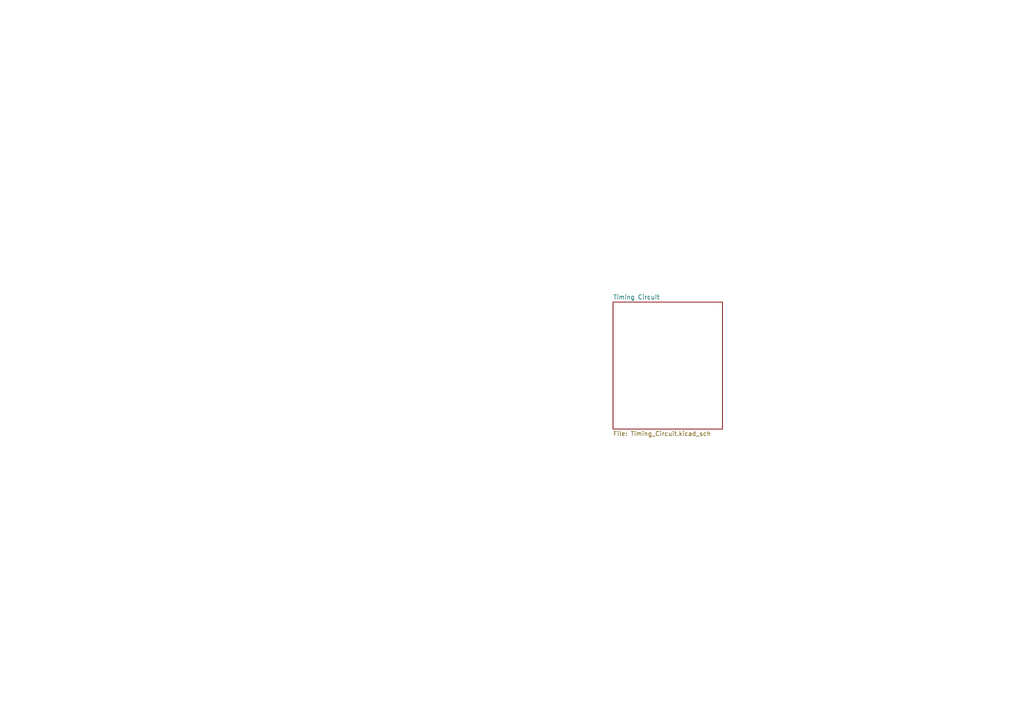
<source format=kicad_sch>
(kicad_sch (version 20211123) (generator eeschema)
  (paper "A4")
  (lib_symbols)
  (sheet (at 177.8 87.63) (size 31.75 36.83) (stroke (width 0.1524))
    (property "Sheet name" "Timing Circuit" (at 177.8 86.9184 0) (effects (justify left bottom)))
    (property "Sheet file" "Timing_Circuit.kicad_sch" (at 177.8 125.0446 0) (effects (justify left top)))
  )
)
</source>
